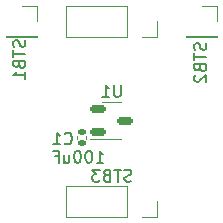
<source format=gbo>
G04 #@! TF.GenerationSoftware,KiCad,Pcbnew,(7.0.0)*
G04 #@! TF.CreationDate,2023-03-27T06:12:53-05:00*
G04 #@! TF.ProjectId,he-sensor-breakout,68652d73-656e-4736-9f72-2d627265616b,rev?*
G04 #@! TF.SameCoordinates,Original*
G04 #@! TF.FileFunction,Legend,Bot*
G04 #@! TF.FilePolarity,Positive*
%FSLAX46Y46*%
G04 Gerber Fmt 4.6, Leading zero omitted, Abs format (unit mm)*
G04 Created by KiCad (PCBNEW (7.0.0)) date 2023-03-27 06:12:53*
%MOMM*%
%LPD*%
G01*
G04 APERTURE LIST*
G04 Aperture macros list*
%AMRoundRect*
0 Rectangle with rounded corners*
0 $1 Rounding radius*
0 $2 $3 $4 $5 $6 $7 $8 $9 X,Y pos of 4 corners*
0 Add a 4 corners polygon primitive as box body*
4,1,4,$2,$3,$4,$5,$6,$7,$8,$9,$2,$3,0*
0 Add four circle primitives for the rounded corners*
1,1,$1+$1,$2,$3*
1,1,$1+$1,$4,$5*
1,1,$1+$1,$6,$7*
1,1,$1+$1,$8,$9*
0 Add four rect primitives between the rounded corners*
20,1,$1+$1,$2,$3,$4,$5,0*
20,1,$1+$1,$4,$5,$6,$7,0*
20,1,$1+$1,$6,$7,$8,$9,0*
20,1,$1+$1,$8,$9,$2,$3,0*%
G04 Aperture macros list end*
%ADD10C,0.150000*%
%ADD11C,0.120000*%
%ADD12C,1.700000*%
%ADD13O,1.700000X1.700000*%
%ADD14R,1.700000X1.700000*%
%ADD15C,2.200000*%
%ADD16C,0.500000*%
%ADD17RoundRect,0.150000X-0.512500X-0.150000X0.512500X-0.150000X0.512500X0.150000X-0.512500X0.150000X0*%
%ADD18RoundRect,0.140000X0.170000X-0.140000X0.170000X0.140000X-0.170000X0.140000X-0.170000X-0.140000X0*%
G04 APERTURE END LIST*
D10*
X98730095Y-104354380D02*
X99301523Y-104354380D01*
X99015809Y-104354380D02*
X99015809Y-103354380D01*
X99015809Y-103354380D02*
X99111047Y-103497238D01*
X99111047Y-103497238D02*
X99206285Y-103592476D01*
X99206285Y-103592476D02*
X99301523Y-103640095D01*
X98111047Y-103354380D02*
X98015809Y-103354380D01*
X98015809Y-103354380D02*
X97920571Y-103402000D01*
X97920571Y-103402000D02*
X97872952Y-103449619D01*
X97872952Y-103449619D02*
X97825333Y-103544857D01*
X97825333Y-103544857D02*
X97777714Y-103735333D01*
X97777714Y-103735333D02*
X97777714Y-103973428D01*
X97777714Y-103973428D02*
X97825333Y-104163904D01*
X97825333Y-104163904D02*
X97872952Y-104259142D01*
X97872952Y-104259142D02*
X97920571Y-104306761D01*
X97920571Y-104306761D02*
X98015809Y-104354380D01*
X98015809Y-104354380D02*
X98111047Y-104354380D01*
X98111047Y-104354380D02*
X98206285Y-104306761D01*
X98206285Y-104306761D02*
X98253904Y-104259142D01*
X98253904Y-104259142D02*
X98301523Y-104163904D01*
X98301523Y-104163904D02*
X98349142Y-103973428D01*
X98349142Y-103973428D02*
X98349142Y-103735333D01*
X98349142Y-103735333D02*
X98301523Y-103544857D01*
X98301523Y-103544857D02*
X98253904Y-103449619D01*
X98253904Y-103449619D02*
X98206285Y-103402000D01*
X98206285Y-103402000D02*
X98111047Y-103354380D01*
X97158666Y-103354380D02*
X97063428Y-103354380D01*
X97063428Y-103354380D02*
X96968190Y-103402000D01*
X96968190Y-103402000D02*
X96920571Y-103449619D01*
X96920571Y-103449619D02*
X96872952Y-103544857D01*
X96872952Y-103544857D02*
X96825333Y-103735333D01*
X96825333Y-103735333D02*
X96825333Y-103973428D01*
X96825333Y-103973428D02*
X96872952Y-104163904D01*
X96872952Y-104163904D02*
X96920571Y-104259142D01*
X96920571Y-104259142D02*
X96968190Y-104306761D01*
X96968190Y-104306761D02*
X97063428Y-104354380D01*
X97063428Y-104354380D02*
X97158666Y-104354380D01*
X97158666Y-104354380D02*
X97253904Y-104306761D01*
X97253904Y-104306761D02*
X97301523Y-104259142D01*
X97301523Y-104259142D02*
X97349142Y-104163904D01*
X97349142Y-104163904D02*
X97396761Y-103973428D01*
X97396761Y-103973428D02*
X97396761Y-103735333D01*
X97396761Y-103735333D02*
X97349142Y-103544857D01*
X97349142Y-103544857D02*
X97301523Y-103449619D01*
X97301523Y-103449619D02*
X97253904Y-103402000D01*
X97253904Y-103402000D02*
X97158666Y-103354380D01*
X95968190Y-103687714D02*
X95968190Y-104354380D01*
X96396761Y-103687714D02*
X96396761Y-104211523D01*
X96396761Y-104211523D02*
X96349142Y-104306761D01*
X96349142Y-104306761D02*
X96253904Y-104354380D01*
X96253904Y-104354380D02*
X96111047Y-104354380D01*
X96111047Y-104354380D02*
X96015809Y-104306761D01*
X96015809Y-104306761D02*
X95968190Y-104259142D01*
X95158666Y-103830571D02*
X95491999Y-103830571D01*
X95491999Y-104354380D02*
X95491999Y-103354380D01*
X95491999Y-103354380D02*
X95015809Y-103354380D01*
X101642856Y-105907761D02*
X101499999Y-105955380D01*
X101499999Y-105955380D02*
X101261904Y-105955380D01*
X101261904Y-105955380D02*
X101166666Y-105907761D01*
X101166666Y-105907761D02*
X101119047Y-105860142D01*
X101119047Y-105860142D02*
X101071428Y-105764904D01*
X101071428Y-105764904D02*
X101071428Y-105669666D01*
X101071428Y-105669666D02*
X101119047Y-105574428D01*
X101119047Y-105574428D02*
X101166666Y-105526809D01*
X101166666Y-105526809D02*
X101261904Y-105479190D01*
X101261904Y-105479190D02*
X101452380Y-105431571D01*
X101452380Y-105431571D02*
X101547618Y-105383952D01*
X101547618Y-105383952D02*
X101595237Y-105336333D01*
X101595237Y-105336333D02*
X101642856Y-105241095D01*
X101642856Y-105241095D02*
X101642856Y-105145857D01*
X101642856Y-105145857D02*
X101595237Y-105050619D01*
X101595237Y-105050619D02*
X101547618Y-105003000D01*
X101547618Y-105003000D02*
X101452380Y-104955380D01*
X101452380Y-104955380D02*
X101214285Y-104955380D01*
X101214285Y-104955380D02*
X101071428Y-105003000D01*
X100785713Y-104955380D02*
X100214285Y-104955380D01*
X100499999Y-105955380D02*
X100499999Y-104955380D01*
X99547618Y-105431571D02*
X99404761Y-105479190D01*
X99404761Y-105479190D02*
X99357142Y-105526809D01*
X99357142Y-105526809D02*
X99309523Y-105622047D01*
X99309523Y-105622047D02*
X99309523Y-105764904D01*
X99309523Y-105764904D02*
X99357142Y-105860142D01*
X99357142Y-105860142D02*
X99404761Y-105907761D01*
X99404761Y-105907761D02*
X99499999Y-105955380D01*
X99499999Y-105955380D02*
X99880951Y-105955380D01*
X99880951Y-105955380D02*
X99880951Y-104955380D01*
X99880951Y-104955380D02*
X99547618Y-104955380D01*
X99547618Y-104955380D02*
X99452380Y-105003000D01*
X99452380Y-105003000D02*
X99404761Y-105050619D01*
X99404761Y-105050619D02*
X99357142Y-105145857D01*
X99357142Y-105145857D02*
X99357142Y-105241095D01*
X99357142Y-105241095D02*
X99404761Y-105336333D01*
X99404761Y-105336333D02*
X99452380Y-105383952D01*
X99452380Y-105383952D02*
X99547618Y-105431571D01*
X99547618Y-105431571D02*
X99880951Y-105431571D01*
X98976189Y-104955380D02*
X98357142Y-104955380D01*
X98357142Y-104955380D02*
X98690475Y-105336333D01*
X98690475Y-105336333D02*
X98547618Y-105336333D01*
X98547618Y-105336333D02*
X98452380Y-105383952D01*
X98452380Y-105383952D02*
X98404761Y-105431571D01*
X98404761Y-105431571D02*
X98357142Y-105526809D01*
X98357142Y-105526809D02*
X98357142Y-105764904D01*
X98357142Y-105764904D02*
X98404761Y-105860142D01*
X98404761Y-105860142D02*
X98452380Y-105907761D01*
X98452380Y-105907761D02*
X98547618Y-105955380D01*
X98547618Y-105955380D02*
X98833332Y-105955380D01*
X98833332Y-105955380D02*
X98928570Y-105907761D01*
X98928570Y-105907761D02*
X98976189Y-105860142D01*
X92621253Y-93968070D02*
X92668872Y-94110927D01*
X92668872Y-94110927D02*
X92668872Y-94349022D01*
X92668872Y-94349022D02*
X92621253Y-94444260D01*
X92621253Y-94444260D02*
X92573634Y-94491879D01*
X92573634Y-94491879D02*
X92478396Y-94539498D01*
X92478396Y-94539498D02*
X92383158Y-94539498D01*
X92383158Y-94539498D02*
X92287920Y-94491879D01*
X92287920Y-94491879D02*
X92240301Y-94444260D01*
X92240301Y-94444260D02*
X92192682Y-94349022D01*
X92192682Y-94349022D02*
X92145063Y-94158546D01*
X92145063Y-94158546D02*
X92097444Y-94063308D01*
X92097444Y-94063308D02*
X92049825Y-94015689D01*
X92049825Y-94015689D02*
X91954587Y-93968070D01*
X91954587Y-93968070D02*
X91859349Y-93968070D01*
X91859349Y-93968070D02*
X91764111Y-94015689D01*
X91764111Y-94015689D02*
X91716492Y-94063308D01*
X91716492Y-94063308D02*
X91668872Y-94158546D01*
X91668872Y-94158546D02*
X91668872Y-94396641D01*
X91668872Y-94396641D02*
X91716492Y-94539498D01*
X91668872Y-94825213D02*
X91668872Y-95396641D01*
X92668872Y-95110927D02*
X91668872Y-95110927D01*
X92145063Y-96063308D02*
X92192682Y-96206165D01*
X92192682Y-96206165D02*
X92240301Y-96253784D01*
X92240301Y-96253784D02*
X92335539Y-96301403D01*
X92335539Y-96301403D02*
X92478396Y-96301403D01*
X92478396Y-96301403D02*
X92573634Y-96253784D01*
X92573634Y-96253784D02*
X92621253Y-96206165D01*
X92621253Y-96206165D02*
X92668872Y-96110927D01*
X92668872Y-96110927D02*
X92668872Y-95729975D01*
X92668872Y-95729975D02*
X91668872Y-95729975D01*
X91668872Y-95729975D02*
X91668872Y-96063308D01*
X91668872Y-96063308D02*
X91716492Y-96158546D01*
X91716492Y-96158546D02*
X91764111Y-96206165D01*
X91764111Y-96206165D02*
X91859349Y-96253784D01*
X91859349Y-96253784D02*
X91954587Y-96253784D01*
X91954587Y-96253784D02*
X92049825Y-96206165D01*
X92049825Y-96206165D02*
X92097444Y-96158546D01*
X92097444Y-96158546D02*
X92145063Y-96063308D01*
X92145063Y-96063308D02*
X92145063Y-95729975D01*
X92668872Y-97253784D02*
X92668872Y-96682356D01*
X92668872Y-96968070D02*
X91668872Y-96968070D01*
X91668872Y-96968070D02*
X91811730Y-96872832D01*
X91811730Y-96872832D02*
X91906968Y-96777594D01*
X91906968Y-96777594D02*
X91954587Y-96682356D01*
X107939761Y-94235026D02*
X107987380Y-94377883D01*
X107987380Y-94377883D02*
X107987380Y-94615978D01*
X107987380Y-94615978D02*
X107939761Y-94711216D01*
X107939761Y-94711216D02*
X107892142Y-94758835D01*
X107892142Y-94758835D02*
X107796904Y-94806454D01*
X107796904Y-94806454D02*
X107701666Y-94806454D01*
X107701666Y-94806454D02*
X107606428Y-94758835D01*
X107606428Y-94758835D02*
X107558809Y-94711216D01*
X107558809Y-94711216D02*
X107511190Y-94615978D01*
X107511190Y-94615978D02*
X107463571Y-94425502D01*
X107463571Y-94425502D02*
X107415952Y-94330264D01*
X107415952Y-94330264D02*
X107368333Y-94282645D01*
X107368333Y-94282645D02*
X107273095Y-94235026D01*
X107273095Y-94235026D02*
X107177857Y-94235026D01*
X107177857Y-94235026D02*
X107082619Y-94282645D01*
X107082619Y-94282645D02*
X107035000Y-94330264D01*
X107035000Y-94330264D02*
X106987380Y-94425502D01*
X106987380Y-94425502D02*
X106987380Y-94663597D01*
X106987380Y-94663597D02*
X107035000Y-94806454D01*
X106987380Y-95092169D02*
X106987380Y-95663597D01*
X107987380Y-95377883D02*
X106987380Y-95377883D01*
X107463571Y-96330264D02*
X107511190Y-96473121D01*
X107511190Y-96473121D02*
X107558809Y-96520740D01*
X107558809Y-96520740D02*
X107654047Y-96568359D01*
X107654047Y-96568359D02*
X107796904Y-96568359D01*
X107796904Y-96568359D02*
X107892142Y-96520740D01*
X107892142Y-96520740D02*
X107939761Y-96473121D01*
X107939761Y-96473121D02*
X107987380Y-96377883D01*
X107987380Y-96377883D02*
X107987380Y-95996931D01*
X107987380Y-95996931D02*
X106987380Y-95996931D01*
X106987380Y-95996931D02*
X106987380Y-96330264D01*
X106987380Y-96330264D02*
X107035000Y-96425502D01*
X107035000Y-96425502D02*
X107082619Y-96473121D01*
X107082619Y-96473121D02*
X107177857Y-96520740D01*
X107177857Y-96520740D02*
X107273095Y-96520740D01*
X107273095Y-96520740D02*
X107368333Y-96473121D01*
X107368333Y-96473121D02*
X107415952Y-96425502D01*
X107415952Y-96425502D02*
X107463571Y-96330264D01*
X107463571Y-96330264D02*
X107463571Y-95996931D01*
X107082619Y-96949312D02*
X107035000Y-96996931D01*
X107035000Y-96996931D02*
X106987380Y-97092169D01*
X106987380Y-97092169D02*
X106987380Y-97330264D01*
X106987380Y-97330264D02*
X107035000Y-97425502D01*
X107035000Y-97425502D02*
X107082619Y-97473121D01*
X107082619Y-97473121D02*
X107177857Y-97520740D01*
X107177857Y-97520740D02*
X107273095Y-97520740D01*
X107273095Y-97520740D02*
X107415952Y-97473121D01*
X107415952Y-97473121D02*
X107987380Y-96901693D01*
X107987380Y-96901693D02*
X107987380Y-97520740D01*
X100761904Y-97779880D02*
X100761904Y-98589404D01*
X100761904Y-98589404D02*
X100714285Y-98684642D01*
X100714285Y-98684642D02*
X100666666Y-98732261D01*
X100666666Y-98732261D02*
X100571428Y-98779880D01*
X100571428Y-98779880D02*
X100380952Y-98779880D01*
X100380952Y-98779880D02*
X100285714Y-98732261D01*
X100285714Y-98732261D02*
X100238095Y-98684642D01*
X100238095Y-98684642D02*
X100190476Y-98589404D01*
X100190476Y-98589404D02*
X100190476Y-97779880D01*
X99190476Y-98779880D02*
X99761904Y-98779880D01*
X99476190Y-98779880D02*
X99476190Y-97779880D01*
X99476190Y-97779880D02*
X99571428Y-97922738D01*
X99571428Y-97922738D02*
X99666666Y-98017976D01*
X99666666Y-98017976D02*
X99761904Y-98065595D01*
X96017862Y-102716561D02*
X96065481Y-102764180D01*
X96065481Y-102764180D02*
X96208338Y-102811799D01*
X96208338Y-102811799D02*
X96303576Y-102811799D01*
X96303576Y-102811799D02*
X96446433Y-102764180D01*
X96446433Y-102764180D02*
X96541671Y-102668942D01*
X96541671Y-102668942D02*
X96589290Y-102573704D01*
X96589290Y-102573704D02*
X96636909Y-102383228D01*
X96636909Y-102383228D02*
X96636909Y-102240371D01*
X96636909Y-102240371D02*
X96589290Y-102049895D01*
X96589290Y-102049895D02*
X96541671Y-101954657D01*
X96541671Y-101954657D02*
X96446433Y-101859419D01*
X96446433Y-101859419D02*
X96303576Y-101811799D01*
X96303576Y-101811799D02*
X96208338Y-101811799D01*
X96208338Y-101811799D02*
X96065481Y-101859419D01*
X96065481Y-101859419D02*
X96017862Y-101907038D01*
X95065481Y-102811799D02*
X95636909Y-102811799D01*
X95351195Y-102811799D02*
X95351195Y-101811799D01*
X95351195Y-101811799D02*
X95446433Y-101954657D01*
X95446433Y-101954657D02*
X95541671Y-102049895D01*
X95541671Y-102049895D02*
X95636909Y-102097514D01*
D11*
X101270000Y-106290000D02*
X96130000Y-106290000D01*
X96130000Y-108950000D02*
X96130000Y-106290000D01*
X101270000Y-108950000D02*
X101270000Y-106290000D01*
X101270000Y-108950000D02*
X96130000Y-108950000D01*
X102540000Y-108950000D02*
X103870000Y-108950000D01*
X103870000Y-108950000D02*
X103870000Y-107620000D01*
X93710000Y-91050000D02*
X92380000Y-91050000D01*
X93710000Y-92380000D02*
X93710000Y-91050000D01*
X93710000Y-93650000D02*
X93710000Y-93710000D01*
X93710000Y-93650000D02*
X91050000Y-93650000D01*
X93710000Y-93710000D02*
X91050000Y-93710000D01*
X91050000Y-93650000D02*
X91050000Y-93710000D01*
X106290000Y-93650000D02*
X106290000Y-93710000D01*
X108950000Y-93710000D02*
X106290000Y-93710000D01*
X108950000Y-93650000D02*
X106290000Y-93650000D01*
X108950000Y-93650000D02*
X108950000Y-93710000D01*
X108950000Y-92380000D02*
X108950000Y-91050000D01*
X108950000Y-91050000D02*
X107620000Y-91050000D01*
X101270000Y-91050000D02*
X96130000Y-91050000D01*
X96130000Y-93710000D02*
X96130000Y-91050000D01*
X101270000Y-93710000D02*
X101270000Y-91050000D01*
X101270000Y-93710000D02*
X96130000Y-93710000D01*
X102540000Y-93710000D02*
X103870000Y-93710000D01*
X103870000Y-93710000D02*
X103870000Y-92380000D01*
X100000000Y-102353750D02*
X100800000Y-102353750D01*
X100000000Y-102353750D02*
X98200000Y-102353750D01*
X100000000Y-99233750D02*
X100800000Y-99233750D01*
X100000000Y-99233750D02*
X99200000Y-99233750D01*
X97819211Y-102346885D02*
X97819211Y-102131213D01*
X97099211Y-102346885D02*
X97099211Y-102131213D01*
%LPC*%
D12*
X94920000Y-100793750D03*
X105080000Y-100793750D03*
D13*
X97459999Y-107619999D03*
X99999999Y-107619999D03*
D14*
X102539999Y-107619999D03*
X92379999Y-92379999D03*
X107619999Y-92379999D03*
D15*
X93904000Y-88824000D03*
X93904000Y-111176000D03*
D16*
X109000000Y-109525000D03*
X108250000Y-109525000D03*
X107500000Y-109525000D03*
X106750000Y-109525000D03*
X106000000Y-109525000D03*
X105250000Y-109525000D03*
X104500000Y-109525000D03*
X103750000Y-109525000D03*
X103000000Y-109525000D03*
X102250000Y-109525000D03*
X101500000Y-109525000D03*
X100750000Y-109525000D03*
X100000000Y-109525000D03*
X99250000Y-109525000D03*
X98500000Y-109525000D03*
X97750000Y-109525000D03*
X97000000Y-109525000D03*
X96250000Y-109525000D03*
X95500000Y-109525000D03*
X94750000Y-109525000D03*
X94000000Y-109525000D03*
X93250000Y-109525000D03*
X92500000Y-109525000D03*
X91750000Y-109525000D03*
X91000000Y-109525000D03*
D13*
X97459999Y-92379999D03*
X99999999Y-92379999D03*
D14*
X102539999Y-92379999D03*
D16*
X108974600Y-90475000D03*
X108224600Y-90475000D03*
X107474600Y-90475000D03*
X106724600Y-90475000D03*
X105974600Y-90475000D03*
X105224600Y-90475000D03*
X104474600Y-90475000D03*
X103724600Y-90475000D03*
X102974600Y-90475000D03*
X102224600Y-90475000D03*
X101474600Y-90475000D03*
X100724600Y-90475000D03*
X99974600Y-90475000D03*
X99224600Y-90475000D03*
X98474600Y-90475000D03*
X97724600Y-90475000D03*
X96974600Y-90475000D03*
X96224600Y-90475000D03*
X95474600Y-90475000D03*
X94724600Y-90475000D03*
X93974600Y-90475000D03*
X93224600Y-90475000D03*
X92474600Y-90475000D03*
X91724600Y-90475000D03*
X90974600Y-90475000D03*
D15*
X106096000Y-111176000D03*
X106096000Y-88824000D03*
D17*
X101137500Y-100793750D03*
X98862500Y-99843750D03*
X98862500Y-101743750D03*
D18*
X97459211Y-101759049D03*
X97459211Y-102719049D03*
M02*

</source>
